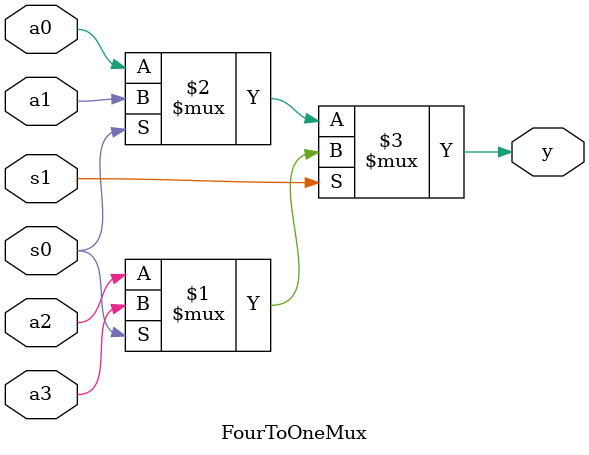
<source format=sv>
`timescale 1ns / 1ps

module FourToOneMux(input logic a0, a1, a2, a3, s0, s1, output logic y);

    assign y = s1 ? (s0 ? a3: a2) : (s0 ? a1 : a0);

endmodule

</source>
